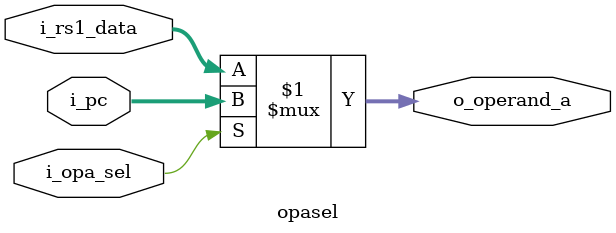
<source format=sv>
module opasel(
	input  logic [31:0] i_pc,
	input  logic [31:0] i_rs1_data,
	input  logic 		  i_opa_sel,
	output logic [31:0] o_operand_a
);

	assign o_operand_a = (i_opa_sel) ? i_pc : i_rs1_data;
	
endmodule 
</source>
